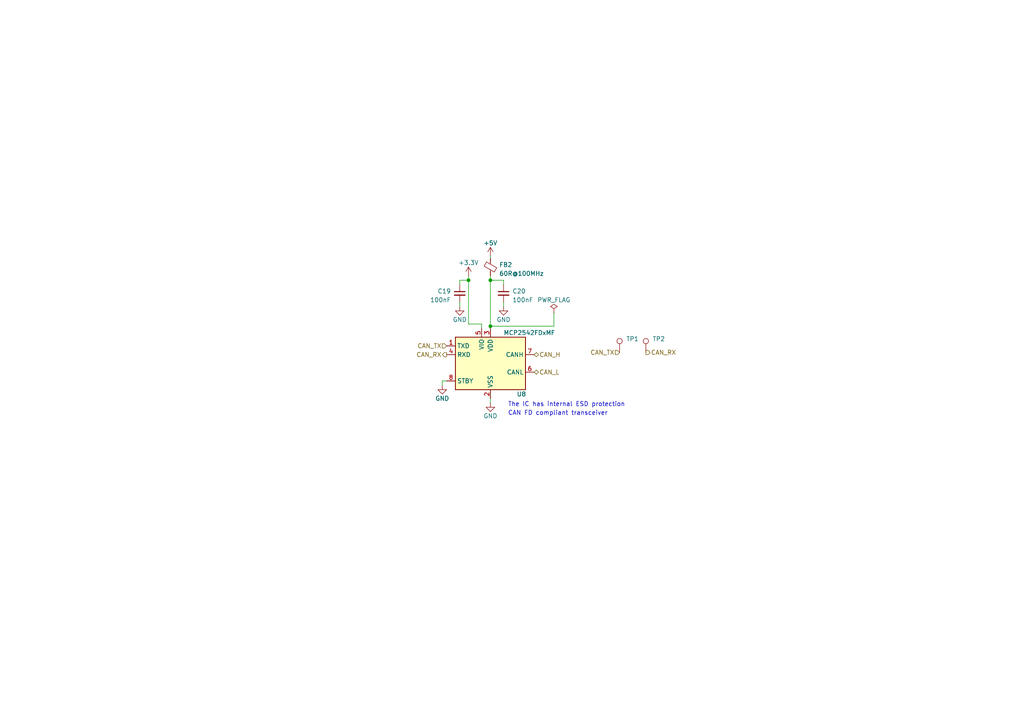
<source format=kicad_sch>
(kicad_sch (version 20230121) (generator eeschema)
  (paper "A4")
  (title_block (title "CAN bus") (date "2023-03-11") (rev "${REVISION}") (company "Author: Szymon Kostrubiec") (comment 1 "Reviewer:"))
  (lib_symbols
    (symbol "Connector:TestPoint" (pin_numbers hide) (pin_names (offset 0.762) hide)
      (property "Reference" "TP" (at 0 6.858 0))
      (property "Value" "TestPoint" (at 0 5.08 0))
      (symbol "TestPoint_0_1"
        (circle (center 0 3.302) (radius 0.762))
      )
      (symbol "TestPoint_1_1"
        (pin passive line (at 0 0 90) (length 2.54) (name "1") (number "1"))
      )
    )
    (symbol "Device:C_Small" (pin_numbers hide) (pin_names (offset 0.254) hide)
      (property "Reference" "C" (at 0.254 1.778 0))
      (property "Value" "C_Small" (at 0.254 -2.032 0))
      (symbol "C_Small_0_1"
        (polyline (pts (xy -1.524 -0.508) (xy 1.524 -0.508)) (stroke (width 0.3302)))
        (polyline (pts (xy -1.524 0.508) (xy 1.524 0.508)) (stroke (width 0.3048)))
      )
      (symbol "C_Small_1_1"
        (pin passive line (at 0 2.54 270) (length 2.032) (name "~") (number "1"))
        (pin passive line (at 0 -2.54 90) (length 2.032) (name "~") (number "2"))
      )
    )
    (symbol "Device:FerriteBead_Small" (pin_numbers hide) (pin_names (offset 0))
      (property "Reference" "FB" (at 1.905 1.27 0))
      (property "Value" "FerriteBead_Small" (at 1.905 -1.27 0))
      (symbol "FerriteBead_Small_0_1"
        (polyline (pts (xy 0 -1.27) (xy 0 -0.7874)))
        (polyline (pts (xy 0 0.889) (xy 0 1.2954)))
        (polyline (pts (xy -1.8288 0.2794) (xy -1.1176 1.4986) (xy 1.8288 -0.2032) (xy 1.1176 -1.4224) (xy -1.8288 0.2794)))
      )
      (symbol "FerriteBead_Small_1_1"
        (pin passive line (at 0 2.54 270) (length 1.27) (name "~") (number "1"))
        (pin passive line (at 0 -2.54 90) (length 1.27) (name "~") (number "2"))
      )
    )
    (symbol "Interface_CAN_LIN:MCP2542FDxMF"
      (property "Reference" "U" (at -10.16 8.89 0))
      (property "Value" "MCP2542FDxMF" (at 2.54 8.89 0))
      (symbol "MCP2542FDxMF_0_1"
        (rectangle (start -10.16 7.62) (end 10.16 -7.62) (stroke (width 0.254)) (fill (type background)))
      )
      (symbol "MCP2542FDxMF_1_1"
        (pin input line (at -12.7 5.08 0) (length 2.54) (name "TXD") (number "1"))
        (pin power_in line (at 0 -10.16 90) (length 2.54) (name "VSS") (number "2"))
        (pin power_in line (at 0 10.16 270) (length 2.54) (name "VDD") (number "3"))
        (pin output line (at -12.7 2.54 0) (length 2.54) (name "RXD") (number "4"))
        (pin power_in line (at -2.54 10.16 270) (length 2.54) (name "VIO") (number "5"))
        (pin bidirectional line (at 12.7 -2.54 180) (length 2.54) (name "CANL") (number "6"))
        (pin bidirectional line (at 12.7 2.54 180) (length 2.54) (name "CANH") (number "7"))
        (pin input line (at -12.7 -5.08 0) (length 2.54) (name "STBY") (number "8"))
        (pin passive line (at 0 -10.16 90) (length 2.54) hide (name "VSS") (number "9"))
      )
    )
    (symbol "power:+3.3V" (power) (pin_names (offset 0))
      (property "Value" "+3.3V" (at 0 3.556 0))
      (symbol "+3.3V_0_1"
        (polyline (pts (xy -0.762 1.27) (xy 0 2.54)))
        (polyline (pts (xy 0 0) (xy 0 2.54)))
        (polyline (pts (xy 0 2.54) (xy 0.762 1.27)))
      )
      (symbol "+3.3V_1_1"
        (pin power_in line (at 0 0 90) (length 0) hide (name "+3.3V") (number "1"))
      )
    )
    (symbol "power:+5V" (power) (pin_names (offset 0))
      (property "Value" "+5V" (at 0 3.556 0))
      (symbol "+5V_0_1"
        (polyline (pts (xy -0.762 1.27) (xy 0 2.54)))
        (polyline (pts (xy 0 0) (xy 0 2.54)))
        (polyline (pts (xy 0 2.54) (xy 0.762 1.27)))
      )
      (symbol "+5V_1_1"
        (pin power_in line (at 0 0 90) (length 0) hide (name "+5V") (number "1"))
      )
    )
    (symbol "power:GND" (power) (pin_names (offset 0))
      (property "Value" "GND" (at 0 -3.81 0))
      (symbol "GND_0_1"
        (polyline (pts (xy 0 0) (xy 0 -1.27) (xy 1.27 -1.27) (xy 0 -2.54) (xy -1.27 -1.27) (xy 0 -1.27)))
      )
      (symbol "GND_1_1"
        (pin power_in line (at 0 0 270) (length 0) hide (name "GND") (number "1"))
      )
    )
    (symbol "power:PWR_FLAG" (power) (pin_numbers hide) (pin_names (offset 0) hide)
      (property "Value" "PWR_FLAG" (at 0 3.81 0))
      (symbol "PWR_FLAG_0_0"
        (pin power_out line (at 0 0 90) (length 0) (name "pwr") (number "1"))
      )
      (symbol "PWR_FLAG_0_1"
        (polyline (pts (xy 0 0) (xy 0 1.27) (xy -1.016 1.905) (xy 0 2.54) (xy 1.016 1.905) (xy 0 1.27)))
      )
    )
  )
  (junction (at 135.89 81.28))
  (junction (at 142.24 81.28))
  (junction (at 142.24 94.615))
  (wire (pts (xy 139.7 95.25) (xy 139.7 93.98)))
  (wire (pts (xy 135.89 81.28) (xy 135.89 93.98)))
  (wire (pts (xy 142.24 74.295) (xy 142.24 74.93)))
  (wire (pts (xy 142.24 94.615) (xy 142.24 95.25)))
  (wire (pts (xy 133.35 81.28) (xy 135.89 81.28)))
  (wire (pts (xy 139.7 93.98) (xy 135.89 93.98)))
  (wire (pts (xy 142.24 81.28) (xy 146.05 81.28)))
  (wire (pts (xy 146.05 82.55) (xy 146.05 81.28)))
  (wire (pts (xy 146.05 87.63) (xy 146.05 88.9)))
  (wire (pts (xy 133.35 82.55) (xy 133.35 81.28)))
  (wire (pts (xy 142.24 115.57) (xy 142.24 116.84)))
  (wire (pts (xy 160.655 94.615) (xy 160.655 90.805)))
  (wire (pts (xy 128.27 111.76) (xy 128.27 110.49)))
  (wire (pts (xy 128.27 110.49) (xy 129.54 110.49)))
  (wire (pts (xy 142.24 81.28) (xy 142.24 94.615)))
  (wire (pts (xy 135.89 80.01) (xy 135.89 81.28)))
  (wire (pts (xy 142.24 94.615) (xy 160.655 94.615)))
  (wire (pts (xy 142.24 80.01) (xy 142.24 81.28)))
  (wire (pts (xy 133.35 87.63) (xy 133.35 88.9)))
  (text "The IC has internal ESD protection" (at 147.32 118.11 0) (effects (font (size 1.27 1.27)) (justify left bottom)))
  (text "CAN FD compliant transceiver\n" (at 147.32 120.65 0) (effects (font (size 1.27 1.27)) (justify left bottom)))
  (hierarchical_label "CAN_TX" (shape input) (at 179.705 102.235 180))
  (hierarchical_label "CAN_RX" (shape output) (at 187.325 102.235 0))
  (hierarchical_label "CAN_H" (shape bidirectional) (at 154.94 102.87 0))
  (hierarchical_label "CAN_RX" (shape output) (at 129.54 102.87 180))
  (hierarchical_label "CAN_L" (shape bidirectional) (at 154.94 107.95 0))
  (hierarchical_label "CAN_TX" (shape input) (at 129.54 100.33 180))
  (symbol (lib_id "Connector:TestPoint") (at 179.705 102.235 0) (unit 1)
    (property "Reference" "TP1" (at 181.61 98.298 0) (effects (justify left)))
    (property "Value" "TestPoint" (effects hide))
    (property "Footprint" "TestPoint:TestPoint_Pad_1.0x1.0mm" (effects hide))
    (instances (project "PUTM_EV_Frontbox_2023" (path "" (reference "TP1") (unit 1)) (path "" (reference "TP38") (unit 1))))
  )
  (symbol (lib_id "Device:C_Small") (at 146.05 85.09 0) (unit 1)
    (property "Reference" "C20" (at 148.59 84.4613 0) (effects (justify left)))
    (property "Value" "100nF" (at 148.59 87.0013 0) (effects (justify left)))
    (property "Footprint" "Capacitor_SMD:C_0402_1005Metric_Pad0.74x0.62mm_HandSolder" (effects hide))
    (instances (project "PUTM_EV_Frontbox_2023" (path "" (reference "C20") (unit 1)) (path "" (reference "C63") (unit 1))))
  )
  (symbol (lib_id "power:GND") (at 133.35 88.9 0) (unit 1)
    (property "Reference" "#PWR058" (effects hide))
    (property "Value" "GND" (at 133.35 92.71 0))
    (instances (project "PUTM_EV_Frontbox_2023" (path "" (reference "#PWR058") (unit 1)) (path "" (reference "#PWR055") (unit 1))))
  )
  (symbol (lib_id "Connector:TestPoint") (at 187.325 102.235 0) (unit 1)
    (property "Reference" "TP2" (at 189.23 98.298 0) (effects (justify left)))
    (property "Value" "TestPoint" (effects hide))
    (property "Footprint" "TestPoint:TestPoint_Pad_1.0x1.0mm" (effects hide))
    (instances (project "PUTM_EV_Frontbox_2023" (path "" (reference "TP2") (unit 1)) (path "" (reference "TP39") (unit 1))))
  )
  (symbol (lib_id "power:GND") (at 142.24 116.84 0) (unit 1)
    (property "Reference" "#PWR061" (effects hide))
    (property "Value" "GND" (at 142.24 120.65 0))
    (instances (project "PUTM_EV_Frontbox_2023" (path "" (reference "#PWR061") (unit 1)) (path "" (reference "#PWR086") (unit 1))))
  )
  (symbol (lib_id "power:GND") (at 128.27 111.76 0) (unit 1)
    (property "Reference" "#PWR0126" (effects hide))
    (property "Value" "GND" (at 128.27 115.57 0))
    (instances (project "PUTM_EV_Frontbox_2023" (path "" (reference "#PWR0126") (unit 1)) (path "" (reference "#PWR09") (unit 1))))
  )
  (symbol (lib_id "power:PWR_FLAG") (at 160.655 90.805 0) (unit 1)
    (property "Reference" "#FLG08" (effects hide))
    (property "Value" "PWR_FLAG" (at 160.655 86.995 0))
    (instances (project "PUTM_EV_Frontbox_2023" (path "" (reference "#FLG08") (unit 1)) (path "" (reference "#FLG01") (unit 1))))
  )
  (symbol (lib_id "power:GND") (at 146.05 88.9 0) (unit 1)
    (property "Reference" "#PWR062" (effects hide))
    (property "Value" "GND" (at 146.05 92.71 0))
    (instances (project "PUTM_EV_Frontbox_2023" (path "" (reference "#PWR062") (unit 1)) (path "" (reference "#PWR088") (unit 1))))
  )
  (symbol (lib_id "Device:C_Small") (at 133.35 85.09 0) (mirror y) (unit 1)
    (property "Reference" "C19" (at 130.81 84.4613 0) (effects (justify left)))
    (property "Value" "100nF" (at 130.81 87.0013 0) (effects (justify left)))
    (property "Footprint" "Capacitor_SMD:C_0402_1005Metric_Pad0.74x0.62mm_HandSolder" (effects hide))
    (instances (project "PUTM_EV_Frontbox_2023" (path "" (reference "C19") (unit 1)) (path "" (reference "C25") (unit 1))))
  )
  (symbol (lib_id "power:+3.3V") (at 135.89 80.01 0) (unit 1)
    (property "Reference" "#PWR059" (effects hide))
    (property "Value" "+3.3V" (at 135.89 76.2 0))
    (instances (project "PUTM_EV_Frontbox_2023" (path "" (reference "#PWR059") (unit 1)) (path "" (reference "#PWR084") (unit 1))))
  )
  (symbol (lib_id "Interface_CAN_LIN:MCP2542FDxMF") (at 142.24 105.41 0) (unit 1)
    (property "Reference" "U8" (at 149.86 114.3 0) (effects (justify left)))
    (property "Value" "MCP2542FDxMF" (at 146.05 96.52 0) (effects (justify left)))
    (property "Footprint" "Package_DFN_QFN:DFN-8-1EP_3x3mm_P0.65mm_EP1.55x2.4mm" (effects hide))
    (property "Datasheet" "http://ww1.microchip.com/downloads/en/DeviceDoc/MCP2542FD-4FD-MCP2542WFD-4WFD-Data-Sheet20005514B.pdf" (effects hide))
    (instances (project "PUTM_EV_Frontbox_2023" (path "" (reference "U8") (unit 1)) (path "" (reference "U12") (unit 1))))
  )
  (symbol (lib_id "power:+5V") (at 142.24 74.295 0) (unit 1)
    (property "Reference" "#PWR060" (effects hide))
    (property "Value" "+5V" (at 142.24 70.485 0))
    (instances (project "PUTM_EV_Frontbox_2023" (path "" (reference "#PWR060") (unit 1)) (path "" (reference "#PWR085") (unit 1))))
  )
  (symbol (lib_id "Device:FerriteBead_Small") (at 142.24 77.47 0) (unit 1)
    (property "Reference" "FB2" (at 144.78 76.7969 0) (effects (justify left)))
    (property "Value" "60R@100MHz" (at 144.78 79.3369 0) (effects (justify left)))
    (property "Footprint" "Inductor_SMD:L_0603_1608Metric" (effects hide))
    (instances (project "PUTM_EV_Frontbox_2023" (path "" (reference "FB2") (unit 1)) (path "" (reference "FB3") (unit 1))))
  )
)
</source>
